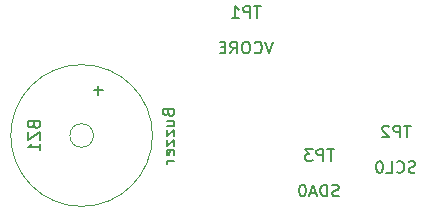
<source format=gbr>
From 199e1b522b1b3d5c5ebaf8c0a3e5959f84c253fd Mon Sep 17 00:00:00 2001
From: Dawsyn Schraiber <32221234+dawsynth@users.noreply.github.com>
Date: Wed, 29 Jan 2025 23:49:55 -0500
Subject: RP2040 PCB: Rev 1

---
 .../active-drag-system-minimal-B_Fab.gbr           | 636 +++++++++++++++++++++
 1 file changed, 636 insertions(+)
 create mode 100644 hardware/minimal-gerbers/active-drag-system-minimal-B_Fab.gbr

(limited to 'hardware/minimal-gerbers/active-drag-system-minimal-B_Fab.gbr')

diff --git a/hardware/minimal-gerbers/active-drag-system-minimal-B_Fab.gbr b/hardware/minimal-gerbers/active-drag-system-minimal-B_Fab.gbr
new file mode 100644
index 0000000..28aba25
--- /dev/null
+++ b/hardware/minimal-gerbers/active-drag-system-minimal-B_Fab.gbr
@@ -0,0 +1,636 @@
+%TF.GenerationSoftware,KiCad,Pcbnew,8.0.7*%
+%TF.CreationDate,2025-01-08T02:29:51-05:00*%
+%TF.ProjectId,active-drag-system-minimal,61637469-7665-42d6-9472-61672d737973,rev?*%
+%TF.SameCoordinates,Original*%
+%TF.FileFunction,AssemblyDrawing,Bot*%
+%FSLAX46Y46*%
+G04 Gerber Fmt 4.6, Leading zero omitted, Abs format (unit mm)*
+G04 Created by KiCad (PCBNEW 8.0.7) date 2025-01-08 02:29:51*
+%MOMM*%
+%LPD*%
+G01*
+G04 APERTURE LIST*
+%ADD10C,0.150000*%
+%ADD11C,0.100000*%
+G04 APERTURE END LIST*
+D10*
+X155240475Y-97607200D02*
+X155097618Y-97654819D01*
+X155097618Y-97654819D02*
+X154859523Y-97654819D01*
+X154859523Y-97654819D02*
+X154764285Y-97607200D01*
+X154764285Y-97607200D02*
+X154716666Y-97559580D01*
+X154716666Y-97559580D02*
+X154669047Y-97464342D01*
+X154669047Y-97464342D02*
+X154669047Y-97369104D01*
+X154669047Y-97369104D02*
+X154716666Y-97273866D01*
+X154716666Y-97273866D02*
+X154764285Y-97226247D01*
+X154764285Y-97226247D02*
+X154859523Y-97178628D01*
+X154859523Y-97178628D02*
+X155049999Y-97131009D01*
+X155049999Y-97131009D02*
+X155145237Y-97083390D01*
+X155145237Y-97083390D02*
+X155192856Y-97035771D01*
+X155192856Y-97035771D02*
+X155240475Y-96940533D01*
+X155240475Y-96940533D02*
+X155240475Y-96845295D01*
+X155240475Y-96845295D02*
+X155192856Y-96750057D01*
+X155192856Y-96750057D02*
+X155145237Y-96702438D01*
+X155145237Y-96702438D02*
+X155049999Y-96654819D01*
+X155049999Y-96654819D02*
+X154811904Y-96654819D01*
+X154811904Y-96654819D02*
+X154669047Y-96702438D01*
+X154240475Y-97654819D02*
+X154240475Y-96654819D01*
+X154240475Y-96654819D02*
+X154002380Y-96654819D01*
+X154002380Y-96654819D02*
+X153859523Y-96702438D01*
+X153859523Y-96702438D02*
+X153764285Y-96797676D01*
+X153764285Y-96797676D02*
+X153716666Y-96892914D01*
+X153716666Y-96892914D02*
+X153669047Y-97083390D01*
+X153669047Y-97083390D02*
+X153669047Y-97226247D01*
+X153669047Y-97226247D02*
+X153716666Y-97416723D01*
+X153716666Y-97416723D02*
+X153764285Y-97511961D01*
+X153764285Y-97511961D02*
+X153859523Y-97607200D01*
+X153859523Y-97607200D02*
+X154002380Y-97654819D01*
+X154002380Y-97654819D02*
+X154240475Y-97654819D01*
+X153288094Y-97369104D02*
+X152811904Y-97369104D01*
+X153383332Y-97654819D02*
+X153049999Y-96654819D01*
+X153049999Y-96654819D02*
+X152716666Y-97654819D01*
+X152192856Y-96654819D02*
+X152097618Y-96654819D01*
+X152097618Y-96654819D02*
+X152002380Y-96702438D01*
+X152002380Y-96702438D02*
+X151954761Y-96750057D01*
+X151954761Y-96750057D02*
+X151907142Y-96845295D01*
+X151907142Y-96845295D02*
+X151859523Y-97035771D01*
+X151859523Y-97035771D02*
+X151859523Y-97273866D01*
+X151859523Y-97273866D02*
+X151907142Y-97464342D01*
+X151907142Y-97464342D02*
+X151954761Y-97559580D01*
+X151954761Y-97559580D02*
+X152002380Y-97607200D01*
+X152002380Y-97607200D02*
+X152097618Y-97654819D01*
+X152097618Y-97654819D02*
+X152192856Y-97654819D01*
+X152192856Y-97654819D02*
+X152288094Y-97607200D01*
+X152288094Y-97607200D02*
+X152335713Y-97559580D01*
+X152335713Y-97559580D02*
+X152383332Y-97464342D01*
+X152383332Y-97464342D02*
+X152430951Y-97273866D01*
+X152430951Y-97273866D02*
+X152430951Y-97035771D01*
+X152430951Y-97035771D02*
+X152383332Y-96845295D01*
+X152383332Y-96845295D02*
+X152335713Y-96750057D01*
+X152335713Y-96750057D02*
+X152288094Y-96702438D01*
+X152288094Y-96702438D02*
+X152192856Y-96654819D01*
+X154811904Y-93654819D02*
+X154240476Y-93654819D01*
+X154526190Y-94654819D02*
+X154526190Y-93654819D01*
+X153907142Y-94654819D02*
+X153907142Y-93654819D01*
+X153907142Y-93654819D02*
+X153526190Y-93654819D01*
+X153526190Y-93654819D02*
+X153430952Y-93702438D01*
+X153430952Y-93702438D02*
+X153383333Y-93750057D01*
+X153383333Y-93750057D02*
+X153335714Y-93845295D01*
+X153335714Y-93845295D02*
+X153335714Y-93988152D01*
+X153335714Y-93988152D02*
+X153383333Y-94083390D01*
+X153383333Y-94083390D02*
+X153430952Y-94131009D01*
+X153430952Y-94131009D02*
+X153526190Y-94178628D01*
+X153526190Y-94178628D02*
+X153907142Y-94178628D01*
+X153002380Y-93654819D02*
+X152383333Y-93654819D01*
+X152383333Y-93654819D02*
+X152716666Y-94035771D01*
+X152716666Y-94035771D02*
+X152573809Y-94035771D01*
+X152573809Y-94035771D02*
+X152478571Y-94083390D01*
+X152478571Y-94083390D02*
+X152430952Y-94131009D01*
+X152430952Y-94131009D02*
+X152383333Y-94226247D01*
+X152383333Y-94226247D02*
+X152383333Y-94464342D01*
+X152383333Y-94464342D02*
+X152430952Y-94559580D01*
+X152430952Y-94559580D02*
+X152478571Y-94607200D01*
+X152478571Y-94607200D02*
+X152573809Y-94654819D01*
+X152573809Y-94654819D02*
+X152859523Y-94654819D01*
+X152859523Y-94654819D02*
+X152954761Y-94607200D01*
+X152954761Y-94607200D02*
+X153002380Y-94559580D01*
+X161716666Y-95607200D02*
+X161573809Y-95654819D01*
+X161573809Y-95654819D02*
+X161335714Y-95654819D01*
+X161335714Y-95654819D02*
+X161240476Y-95607200D01*
+X161240476Y-95607200D02*
+X161192857Y-95559580D01*
+X161192857Y-95559580D02*
+X161145238Y-95464342D01*
+X161145238Y-95464342D02*
+X161145238Y-95369104D01*
+X161145238Y-95369104D02*
+X161192857Y-95273866D01*
+X161192857Y-95273866D02*
+X161240476Y-95226247D01*
+X161240476Y-95226247D02*
+X161335714Y-95178628D01*
+X161335714Y-95178628D02*
+X161526190Y-95131009D01*
+X161526190Y-95131009D02*
+X161621428Y-95083390D01*
+X161621428Y-95083390D02*
+X161669047Y-95035771D01*
+X161669047Y-95035771D02*
+X161716666Y-94940533D01*
+X161716666Y-94940533D02*
+X161716666Y-94845295D01*
+X161716666Y-94845295D02*
+X161669047Y-94750057D01*
+X161669047Y-94750057D02*
+X161621428Y-94702438D01*
+X161621428Y-94702438D02*
+X161526190Y-94654819D01*
+X161526190Y-94654819D02*
+X161288095Y-94654819D01*
+X161288095Y-94654819D02*
+X161145238Y-94702438D01*
+X160145238Y-95559580D02*
+X160192857Y-95607200D01*
+X160192857Y-95607200D02*
+X160335714Y-95654819D01*
+X160335714Y-95654819D02*
+X160430952Y-95654819D01*
+X160430952Y-95654819D02*
+X160573809Y-95607200D01*
+X160573809Y-95607200D02*
+X160669047Y-95511961D01*
+X160669047Y-95511961D02*
+X160716666Y-95416723D01*
+X160716666Y-95416723D02*
+X160764285Y-95226247D01*
+X160764285Y-95226247D02*
+X160764285Y-95083390D01*
+X160764285Y-95083390D02*
+X160716666Y-94892914D01*
+X160716666Y-94892914D02*
+X160669047Y-94797676D01*
+X160669047Y-94797676D02*
+X160573809Y-94702438D01*
+X160573809Y-94702438D02*
+X160430952Y-94654819D01*
+X160430952Y-94654819D02*
+X160335714Y-94654819D01*
+X160335714Y-94654819D02*
+X160192857Y-94702438D01*
+X160192857Y-94702438D02*
+X160145238Y-94750057D01*
+X159240476Y-95654819D02*
+X159716666Y-95654819D01*
+X159716666Y-95654819D02*
+X159716666Y-94654819D01*
+X158716666Y-94654819D02*
+X158621428Y-94654819D01*
+X158621428Y-94654819D02*
+X158526190Y-94702438D01*
+X158526190Y-94702438D02*
+X158478571Y-94750057D01*
+X158478571Y-94750057D02*
+X158430952Y-94845295D01*
+X158430952Y-94845295D02*
+X158383333Y-95035771D01*
+X158383333Y-95035771D02*
+X158383333Y-95273866D01*
+X158383333Y-95273866D02*
+X158430952Y-95464342D01*
+X158430952Y-95464342D02*
+X158478571Y-95559580D01*
+X158478571Y-95559580D02*
+X158526190Y-95607200D01*
+X158526190Y-95607200D02*
+X158621428Y-95654819D01*
+X158621428Y-95654819D02*
+X158716666Y-95654819D01*
+X158716666Y-95654819D02*
+X158811904Y-95607200D01*
+X158811904Y-95607200D02*
+X158859523Y-95559580D01*
+X158859523Y-95559580D02*
+X158907142Y-95464342D01*
+X158907142Y-95464342D02*
+X158954761Y-95273866D01*
+X158954761Y-95273866D02*
+X158954761Y-95035771D01*
+X158954761Y-95035771D02*
+X158907142Y-94845295D01*
+X158907142Y-94845295D02*
+X158859523Y-94750057D01*
+X158859523Y-94750057D02*
+X158811904Y-94702438D01*
+X158811904Y-94702438D02*
+X158716666Y-94654819D01*
+X161311904Y-91654819D02*
+X160740476Y-91654819D01*
+X161026190Y-92654819D02*
+X161026190Y-91654819D01*
+X160407142Y-92654819D02*
+X160407142Y-91654819D01*
+X160407142Y-91654819D02*
+X160026190Y-91654819D01*
+X160026190Y-91654819D02*
+X159930952Y-91702438D01*
+X159930952Y-91702438D02*
+X159883333Y-91750057D01*
+X159883333Y-91750057D02*
+X159835714Y-91845295D01*
+X159835714Y-91845295D02*
+X159835714Y-91988152D01*
+X159835714Y-91988152D02*
+X159883333Y-92083390D01*
+X159883333Y-92083390D02*
+X159930952Y-92131009D01*
+X159930952Y-92131009D02*
+X160026190Y-92178628D01*
+X160026190Y-92178628D02*
+X160407142Y-92178628D01*
+X159454761Y-91750057D02*
+X159407142Y-91702438D01*
+X159407142Y-91702438D02*
+X159311904Y-91654819D01*
+X159311904Y-91654819D02*
+X159073809Y-91654819D01*
+X159073809Y-91654819D02*
+X158978571Y-91702438D01*
+X158978571Y-91702438D02*
+X158930952Y-91750057D01*
+X158930952Y-91750057D02*
+X158883333Y-91845295D01*
+X158883333Y-91845295D02*
+X158883333Y-91940533D01*
+X158883333Y-91940533D02*
+X158930952Y-92083390D01*
+X158930952Y-92083390D02*
+X159502380Y-92654819D01*
+X159502380Y-92654819D02*
+X158883333Y-92654819D01*
+X149659523Y-84554819D02*
+X149326190Y-85554819D01*
+X149326190Y-85554819D02*
+X148992857Y-84554819D01*
+X148088095Y-85459580D02*
+X148135714Y-85507200D01*
+X148135714Y-85507200D02*
+X148278571Y-85554819D01*
+X148278571Y-85554819D02*
+X148373809Y-85554819D01*
+X148373809Y-85554819D02*
+X148516666Y-85507200D01*
+X148516666Y-85507200D02*
+X148611904Y-85411961D01*
+X148611904Y-85411961D02*
+X148659523Y-85316723D01*
+X148659523Y-85316723D02*
+X148707142Y-85126247D01*
+X148707142Y-85126247D02*
+X148707142Y-84983390D01*
+X148707142Y-84983390D02*
+X148659523Y-84792914D01*
+X148659523Y-84792914D02*
+X148611904Y-84697676D01*
+X148611904Y-84697676D02*
+X148516666Y-84602438D01*
+X148516666Y-84602438D02*
+X148373809Y-84554819D01*
+X148373809Y-84554819D02*
+X148278571Y-84554819D01*
+X148278571Y-84554819D02*
+X148135714Y-84602438D01*
+X148135714Y-84602438D02*
+X148088095Y-84650057D01*
+X147469047Y-84554819D02*
+X147278571Y-84554819D01*
+X147278571Y-84554819D02*
+X147183333Y-84602438D01*
+X147183333Y-84602438D02*
+X147088095Y-84697676D01*
+X147088095Y-84697676D02*
+X147040476Y-84888152D01*
+X147040476Y-84888152D02*
+X147040476Y-85221485D01*
+X147040476Y-85221485D02*
+X147088095Y-85411961D01*
+X147088095Y-85411961D02*
+X147183333Y-85507200D01*
+X147183333Y-85507200D02*
+X147278571Y-85554819D01*
+X147278571Y-85554819D02*
+X147469047Y-85554819D01*
+X147469047Y-85554819D02*
+X147564285Y-85507200D01*
+X147564285Y-85507200D02*
+X147659523Y-85411961D01*
+X147659523Y-85411961D02*
+X147707142Y-85221485D01*
+X147707142Y-85221485D02*
+X147707142Y-84888152D01*
+X147707142Y-84888152D02*
+X147659523Y-84697676D01*
+X147659523Y-84697676D02*
+X147564285Y-84602438D01*
+X147564285Y-84602438D02*
+X147469047Y-84554819D01*
+X146040476Y-85554819D02*
+X146373809Y-85078628D01*
+X146611904Y-85554819D02*
+X146611904Y-84554819D01*
+X146611904Y-84554819D02*
+X146230952Y-84554819D01*
+X146230952Y-84554819D02*
+X146135714Y-84602438D01*
+X146135714Y-84602438D02*
+X146088095Y-84650057D01*
+X146088095Y-84650057D02*
+X146040476Y-84745295D01*
+X146040476Y-84745295D02*
+X146040476Y-84888152D01*
+X146040476Y-84888152D02*
+X146088095Y-84983390D01*
+X146088095Y-84983390D02*
+X146135714Y-85031009D01*
+X146135714Y-85031009D02*
+X146230952Y-85078628D01*
+X146230952Y-85078628D02*
+X146611904Y-85078628D01*
+X145611904Y-85031009D02*
+X145278571Y-85031009D01*
+X145135714Y-85554819D02*
+X145611904Y-85554819D01*
+X145611904Y-85554819D02*
+X145611904Y-84554819D01*
+X145611904Y-84554819D02*
+X145135714Y-84554819D01*
+X148611904Y-81554819D02*
+X148040476Y-81554819D01*
+X148326190Y-82554819D02*
+X148326190Y-81554819D01*
+X147707142Y-82554819D02*
+X147707142Y-81554819D01*
+X147707142Y-81554819D02*
+X147326190Y-81554819D01*
+X147326190Y-81554819D02*
+X147230952Y-81602438D01*
+X147230952Y-81602438D02*
+X147183333Y-81650057D01*
+X147183333Y-81650057D02*
+X147135714Y-81745295D01*
+X147135714Y-81745295D02*
+X147135714Y-81888152D01*
+X147135714Y-81888152D02*
+X147183333Y-81983390D01*
+X147183333Y-81983390D02*
+X147230952Y-82031009D01*
+X147230952Y-82031009D02*
+X147326190Y-82078628D01*
+X147326190Y-82078628D02*
+X147707142Y-82078628D01*
+X146183333Y-82554819D02*
+X146754761Y-82554819D01*
+X146469047Y-82554819D02*
+X146469047Y-81554819D01*
+X146469047Y-81554819D02*
+X146564285Y-81697676D01*
+X146564285Y-81697676D02*
+X146659523Y-81792914D01*
+X146659523Y-81792914D02*
+X146754761Y-81840533D01*
+X140781009Y-90571428D02*
+X140828628Y-90714285D01*
+X140828628Y-90714285D02*
+X140876247Y-90761904D01*
+X140876247Y-90761904D02*
+X140971485Y-90809523D01*
+X140971485Y-90809523D02*
+X141114342Y-90809523D01*
+X141114342Y-90809523D02*
+X141209580Y-90761904D01*
+X141209580Y-90761904D02*
+X141257200Y-90714285D01*
+X141257200Y-90714285D02*
+X141304819Y-90619047D01*
+X141304819Y-90619047D02*
+X141304819Y-90238095D01*
+X141304819Y-90238095D02*
+X140304819Y-90238095D01*
+X140304819Y-90238095D02*
+X140304819Y-90571428D01*
+X140304819Y-90571428D02*
+X140352438Y-90666666D01*
+X140352438Y-90666666D02*
+X140400057Y-90714285D01*
+X140400057Y-90714285D02*
+X140495295Y-90761904D01*
+X140495295Y-90761904D02*
+X140590533Y-90761904D01*
+X140590533Y-90761904D02*
+X140685771Y-90714285D01*
+X140685771Y-90714285D02*
+X140733390Y-90666666D01*
+X140733390Y-90666666D02*
+X140781009Y-90571428D01*
+X140781009Y-90571428D02*
+X140781009Y-90238095D01*
+X140638152Y-91666666D02*
+X141304819Y-91666666D01*
+X140638152Y-91238095D02*
+X141161961Y-91238095D01*
+X141161961Y-91238095D02*
+X141257200Y-91285714D01*
+X141257200Y-91285714D02*
+X141304819Y-91380952D01*
+X141304819Y-91380952D02*
+X141304819Y-91523809D01*
+X141304819Y-91523809D02*
+X141257200Y-91619047D01*
+X141257200Y-91619047D02*
+X141209580Y-91666666D01*
+X140638152Y-92047619D02*
+X140638152Y-92571428D01*
+X140638152Y-92571428D02*
+X141304819Y-92047619D01*
+X141304819Y-92047619D02*
+X141304819Y-92571428D01*
+X140638152Y-92857143D02*
+X140638152Y-93380952D01*
+X140638152Y-93380952D02*
+X141304819Y-92857143D01*
+X141304819Y-92857143D02*
+X141304819Y-93380952D01*
+X141257200Y-94142857D02*
+X141304819Y-94047619D01*
+X141304819Y-94047619D02*
+X141304819Y-93857143D01*
+X141304819Y-93857143D02*
+X141257200Y-93761905D01*
+X141257200Y-93761905D02*
+X141161961Y-93714286D01*
+X141161961Y-93714286D02*
+X140781009Y-93714286D01*
+X140781009Y-93714286D02*
+X140685771Y-93761905D01*
+X140685771Y-93761905D02*
+X140638152Y-93857143D01*
+X140638152Y-93857143D02*
+X140638152Y-94047619D01*
+X140638152Y-94047619D02*
+X140685771Y-94142857D01*
+X140685771Y-94142857D02*
+X140781009Y-94190476D01*
+X140781009Y-94190476D02*
+X140876247Y-94190476D01*
+X140876247Y-94190476D02*
+X140971485Y-93714286D01*
+X141304819Y-94619048D02*
+X140638152Y-94619048D01*
+X140828628Y-94619048D02*
+X140733390Y-94666667D01*
+X140733390Y-94666667D02*
+X140685771Y-94714286D01*
+X140685771Y-94714286D02*
+X140638152Y-94809524D01*
+X140638152Y-94809524D02*
+X140638152Y-94904762D01*
+X134873866Y-88309048D02*
+X134873866Y-89070953D01*
+X135254819Y-88690000D02*
+X134492914Y-88690000D01*
+X129381009Y-91619047D02*
+X129428628Y-91761904D01*
+X129428628Y-91761904D02*
+X129476247Y-91809523D01*
+X129476247Y-91809523D02*
+X129571485Y-91857142D01*
+X129571485Y-91857142D02*
+X129714342Y-91857142D01*
+X129714342Y-91857142D02*
+X129809580Y-91809523D01*
+X129809580Y-91809523D02*
+X129857200Y-91761904D01*
+X129857200Y-91761904D02*
+X129904819Y-91666666D01*
+X129904819Y-91666666D02*
+X129904819Y-91285714D01*
+X129904819Y-91285714D02*
+X128904819Y-91285714D01*
+X128904819Y-91285714D02*
+X128904819Y-91619047D01*
+X128904819Y-91619047D02*
+X128952438Y-91714285D01*
+X128952438Y-91714285D02*
+X129000057Y-91761904D01*
+X129000057Y-91761904D02*
+X129095295Y-91809523D01*
+X129095295Y-91809523D02*
+X129190533Y-91809523D01*
+X129190533Y-91809523D02*
+X129285771Y-91761904D01*
+X129285771Y-91761904D02*
+X129333390Y-91714285D01*
+X129333390Y-91714285D02*
+X129381009Y-91619047D01*
+X129381009Y-91619047D02*
+X129381009Y-91285714D01*
+X128904819Y-92190476D02*
+X128904819Y-92857142D01*
+X128904819Y-92857142D02*
+X129904819Y-92190476D01*
+X129904819Y-92190476D02*
+X129904819Y-92857142D01*
+X129904819Y-93761904D02*
+X129904819Y-93190476D01*
+X129904819Y-93476190D02*
+X128904819Y-93476190D01*
+X128904819Y-93476190D02*
+X129047676Y-93380952D01*
+X129047676Y-93380952D02*
+X129142914Y-93285714D01*
+X129142914Y-93285714D02*
+X129190533Y-93190476D01*
+D11*
+%TO.C,BZ1*%
+X134450000Y-92500000D02*
+G75*
+G02*
+X132450000Y-92500000I-1000000J0D01*
+G01*
+X132450000Y-92500000D02*
+G75*
+G02*
+X134450000Y-92500000I1000000J0D01*
+G01*
+X139450000Y-92500000D02*
+G75*
+G02*
+X127450000Y-92500000I-6000000J0D01*
+G01*
+X127450000Y-92500000D02*
+G75*
+G02*
+X139450000Y-92500000I6000000J0D01*
+G01*
+%TD*%
+M02*
-- 
cgit v1.2.3


</source>
